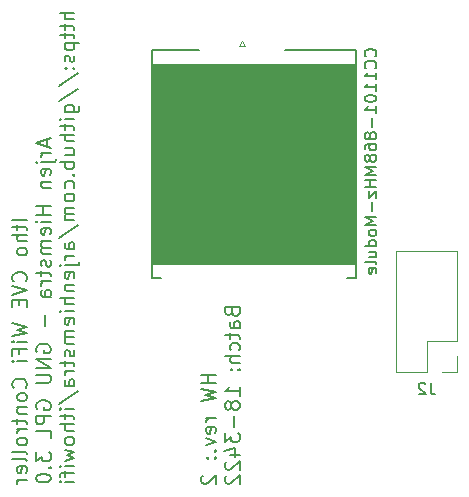
<source format=gbo>
G04 #@! TF.GenerationSoftware,KiCad,Pcbnew,(6.0.6-0)*
G04 #@! TF.CreationDate,2022-08-24T21:54:23+02:00*
G04 #@! TF.ProjectId,ithowifi_4l,6974686f-7769-4666-995f-346c2e6b6963,rev?*
G04 #@! TF.SameCoordinates,Original*
G04 #@! TF.FileFunction,Legend,Bot*
G04 #@! TF.FilePolarity,Positive*
%FSLAX46Y46*%
G04 Gerber Fmt 4.6, Leading zero omitted, Abs format (unit mm)*
G04 Created by KiCad (PCBNEW (6.0.6-0)) date 2022-08-24 21:54:23*
%MOMM*%
%LPD*%
G01*
G04 APERTURE LIST*
%ADD10C,0.100000*%
%ADD11C,0.200000*%
%ADD12C,0.150000*%
%ADD13C,0.120000*%
G04 APERTURE END LIST*
D10*
G36*
X114808000Y-129997200D02*
G01*
X97561400Y-129997200D01*
X97536000Y-113030000D01*
X114808000Y-113030000D01*
X114808000Y-129997200D01*
G37*
X114808000Y-129997200D02*
X97561400Y-129997200D01*
X97536000Y-113030000D01*
X114808000Y-113030000D01*
X114808000Y-129997200D01*
D11*
X86949606Y-126226666D02*
X85703606Y-126226666D01*
X86118940Y-126642000D02*
X86118940Y-127116666D01*
X85703606Y-126820000D02*
X86771606Y-126820000D01*
X86890273Y-126879333D01*
X86949606Y-126998000D01*
X86949606Y-127116666D01*
X86949606Y-127532000D02*
X85703606Y-127532000D01*
X86949606Y-128066000D02*
X86296940Y-128066000D01*
X86178273Y-128006666D01*
X86118940Y-127888000D01*
X86118940Y-127710000D01*
X86178273Y-127591333D01*
X86237606Y-127532000D01*
X86949606Y-128837333D02*
X86890273Y-128718666D01*
X86830940Y-128659333D01*
X86712273Y-128600000D01*
X86356273Y-128600000D01*
X86237606Y-128659333D01*
X86178273Y-128718666D01*
X86118940Y-128837333D01*
X86118940Y-129015333D01*
X86178273Y-129134000D01*
X86237606Y-129193333D01*
X86356273Y-129252666D01*
X86712273Y-129252666D01*
X86830940Y-129193333D01*
X86890273Y-129134000D01*
X86949606Y-129015333D01*
X86949606Y-128837333D01*
X86830940Y-131448000D02*
X86890273Y-131388666D01*
X86949606Y-131210666D01*
X86949606Y-131092000D01*
X86890273Y-130914000D01*
X86771606Y-130795333D01*
X86652940Y-130736000D01*
X86415606Y-130676666D01*
X86237606Y-130676666D01*
X86000273Y-130736000D01*
X85881606Y-130795333D01*
X85762940Y-130914000D01*
X85703606Y-131092000D01*
X85703606Y-131210666D01*
X85762940Y-131388666D01*
X85822273Y-131448000D01*
X85703606Y-131804000D02*
X86949606Y-132219333D01*
X85703606Y-132634666D01*
X86296940Y-133049999D02*
X86296940Y-133465333D01*
X86949606Y-133643333D02*
X86949606Y-133049999D01*
X85703606Y-133049999D01*
X85703606Y-133643333D01*
X85703606Y-135008000D02*
X86949606Y-135304666D01*
X86059606Y-135542000D01*
X86949606Y-135779333D01*
X85703606Y-136076000D01*
X86949606Y-136550666D02*
X86118940Y-136550666D01*
X85703606Y-136550666D02*
X85762940Y-136491333D01*
X85822273Y-136550666D01*
X85762940Y-136610000D01*
X85703606Y-136550666D01*
X85822273Y-136550666D01*
X86296940Y-137559333D02*
X86296940Y-137144000D01*
X86949606Y-137144000D02*
X85703606Y-137144000D01*
X85703606Y-137737333D01*
X86949606Y-138212000D02*
X86118940Y-138212000D01*
X85703606Y-138212000D02*
X85762940Y-138152666D01*
X85822273Y-138212000D01*
X85762940Y-138271333D01*
X85703606Y-138212000D01*
X85822273Y-138212000D01*
X86830940Y-140466666D02*
X86890273Y-140407333D01*
X86949606Y-140229333D01*
X86949606Y-140110666D01*
X86890273Y-139932666D01*
X86771606Y-139814000D01*
X86652940Y-139754666D01*
X86415606Y-139695333D01*
X86237606Y-139695333D01*
X86000273Y-139754666D01*
X85881606Y-139814000D01*
X85762940Y-139932666D01*
X85703606Y-140110666D01*
X85703606Y-140229333D01*
X85762940Y-140407333D01*
X85822273Y-140466666D01*
X86949606Y-141178666D02*
X86890273Y-141060000D01*
X86830940Y-141000666D01*
X86712273Y-140941333D01*
X86356273Y-140941333D01*
X86237606Y-141000666D01*
X86178273Y-141060000D01*
X86118940Y-141178666D01*
X86118940Y-141356666D01*
X86178273Y-141475333D01*
X86237606Y-141534666D01*
X86356273Y-141594000D01*
X86712273Y-141594000D01*
X86830940Y-141534666D01*
X86890273Y-141475333D01*
X86949606Y-141356666D01*
X86949606Y-141178666D01*
X86118940Y-142128000D02*
X86949606Y-142128000D01*
X86237606Y-142128000D02*
X86178273Y-142187333D01*
X86118940Y-142306000D01*
X86118940Y-142484000D01*
X86178273Y-142602666D01*
X86296940Y-142662000D01*
X86949606Y-142662000D01*
X86118940Y-143077333D02*
X86118940Y-143552000D01*
X85703606Y-143255333D02*
X86771606Y-143255333D01*
X86890273Y-143314666D01*
X86949606Y-143433333D01*
X86949606Y-143552000D01*
X86949606Y-143967333D02*
X86118940Y-143967333D01*
X86356273Y-143967333D02*
X86237606Y-144026666D01*
X86178273Y-144086000D01*
X86118940Y-144204666D01*
X86118940Y-144323333D01*
X86949606Y-144916666D02*
X86890273Y-144798000D01*
X86830940Y-144738666D01*
X86712273Y-144679333D01*
X86356273Y-144679333D01*
X86237606Y-144738666D01*
X86178273Y-144798000D01*
X86118940Y-144916666D01*
X86118940Y-145094666D01*
X86178273Y-145213333D01*
X86237606Y-145272666D01*
X86356273Y-145332000D01*
X86712273Y-145332000D01*
X86830940Y-145272666D01*
X86890273Y-145213333D01*
X86949606Y-145094666D01*
X86949606Y-144916666D01*
X86949606Y-146044000D02*
X86890273Y-145925333D01*
X86771606Y-145866000D01*
X85703606Y-145866000D01*
X86949606Y-146696666D02*
X86890273Y-146578000D01*
X86771606Y-146518666D01*
X85703606Y-146518666D01*
X86890273Y-147646000D02*
X86949606Y-147527333D01*
X86949606Y-147290000D01*
X86890273Y-147171333D01*
X86771606Y-147112000D01*
X86296940Y-147112000D01*
X86178273Y-147171333D01*
X86118940Y-147290000D01*
X86118940Y-147527333D01*
X86178273Y-147646000D01*
X86296940Y-147705333D01*
X86415606Y-147705333D01*
X86534273Y-147112000D01*
X86949606Y-148239333D02*
X86118940Y-148239333D01*
X86356273Y-148239333D02*
X86237606Y-148298666D01*
X86178273Y-148358000D01*
X86118940Y-148476666D01*
X86118940Y-148595333D01*
X88599666Y-119462666D02*
X88599666Y-120056000D01*
X88955666Y-119344000D02*
X87709666Y-119759333D01*
X88955666Y-120174666D01*
X88955666Y-120590000D02*
X88125000Y-120590000D01*
X88362333Y-120590000D02*
X88243666Y-120649333D01*
X88184333Y-120708666D01*
X88125000Y-120827333D01*
X88125000Y-120946000D01*
X88125000Y-121361333D02*
X89193000Y-121361333D01*
X89311666Y-121302000D01*
X89371000Y-121183333D01*
X89371000Y-121124000D01*
X87709666Y-121361333D02*
X87769000Y-121302000D01*
X87828333Y-121361333D01*
X87769000Y-121420666D01*
X87709666Y-121361333D01*
X87828333Y-121361333D01*
X88896333Y-122429333D02*
X88955666Y-122310666D01*
X88955666Y-122073333D01*
X88896333Y-121954666D01*
X88777666Y-121895333D01*
X88303000Y-121895333D01*
X88184333Y-121954666D01*
X88125000Y-122073333D01*
X88125000Y-122310666D01*
X88184333Y-122429333D01*
X88303000Y-122488666D01*
X88421666Y-122488666D01*
X88540333Y-121895333D01*
X88125000Y-123022666D02*
X88955666Y-123022666D01*
X88243666Y-123022666D02*
X88184333Y-123082000D01*
X88125000Y-123200666D01*
X88125000Y-123378666D01*
X88184333Y-123497333D01*
X88303000Y-123556666D01*
X88955666Y-123556666D01*
X88955666Y-125099333D02*
X87709666Y-125099333D01*
X88303000Y-125099333D02*
X88303000Y-125811333D01*
X88955666Y-125811333D02*
X87709666Y-125811333D01*
X88955666Y-126404666D02*
X88125000Y-126404666D01*
X87709666Y-126404666D02*
X87769000Y-126345333D01*
X87828333Y-126404666D01*
X87769000Y-126464000D01*
X87709666Y-126404666D01*
X87828333Y-126404666D01*
X88896333Y-127472666D02*
X88955666Y-127354000D01*
X88955666Y-127116666D01*
X88896333Y-126998000D01*
X88777666Y-126938666D01*
X88303000Y-126938666D01*
X88184333Y-126998000D01*
X88125000Y-127116666D01*
X88125000Y-127354000D01*
X88184333Y-127472666D01*
X88303000Y-127532000D01*
X88421666Y-127532000D01*
X88540333Y-126938666D01*
X88955666Y-128066000D02*
X88125000Y-128066000D01*
X88243666Y-128066000D02*
X88184333Y-128125333D01*
X88125000Y-128244000D01*
X88125000Y-128422000D01*
X88184333Y-128540666D01*
X88303000Y-128600000D01*
X88955666Y-128600000D01*
X88303000Y-128600000D02*
X88184333Y-128659333D01*
X88125000Y-128778000D01*
X88125000Y-128956000D01*
X88184333Y-129074666D01*
X88303000Y-129134000D01*
X88955666Y-129134000D01*
X88896333Y-129667999D02*
X88955666Y-129786666D01*
X88955666Y-130023999D01*
X88896333Y-130142666D01*
X88777666Y-130201999D01*
X88718333Y-130201999D01*
X88599666Y-130142666D01*
X88540333Y-130023999D01*
X88540333Y-129845999D01*
X88481000Y-129727333D01*
X88362333Y-129667999D01*
X88303000Y-129667999D01*
X88184333Y-129727333D01*
X88125000Y-129845999D01*
X88125000Y-130023999D01*
X88184333Y-130142666D01*
X88125000Y-130558000D02*
X88125000Y-131032666D01*
X87709666Y-130736000D02*
X88777666Y-130736000D01*
X88896333Y-130795333D01*
X88955666Y-130914000D01*
X88955666Y-131032666D01*
X88955666Y-131448000D02*
X88125000Y-131448000D01*
X88362333Y-131448000D02*
X88243666Y-131507333D01*
X88184333Y-131566666D01*
X88125000Y-131685333D01*
X88125000Y-131804000D01*
X88955666Y-132753333D02*
X88303000Y-132753333D01*
X88184333Y-132693999D01*
X88125000Y-132575333D01*
X88125000Y-132337999D01*
X88184333Y-132219333D01*
X88896333Y-132753333D02*
X88955666Y-132634666D01*
X88955666Y-132337999D01*
X88896333Y-132219333D01*
X88777666Y-132159999D01*
X88659000Y-132159999D01*
X88540333Y-132219333D01*
X88481000Y-132337999D01*
X88481000Y-132634666D01*
X88421666Y-132753333D01*
X88481000Y-134296000D02*
X88481000Y-135245333D01*
X87769000Y-137440666D02*
X87709666Y-137322000D01*
X87709666Y-137144000D01*
X87769000Y-136966000D01*
X87887666Y-136847333D01*
X88006333Y-136788000D01*
X88243666Y-136728666D01*
X88421666Y-136728666D01*
X88659000Y-136788000D01*
X88777666Y-136847333D01*
X88896333Y-136966000D01*
X88955666Y-137144000D01*
X88955666Y-137262666D01*
X88896333Y-137440666D01*
X88837000Y-137500000D01*
X88421666Y-137500000D01*
X88421666Y-137262666D01*
X88955666Y-138034000D02*
X87709666Y-138034000D01*
X88955666Y-138746000D01*
X87709666Y-138746000D01*
X87709666Y-139339333D02*
X88718333Y-139339333D01*
X88837000Y-139398666D01*
X88896333Y-139458000D01*
X88955666Y-139576666D01*
X88955666Y-139814000D01*
X88896333Y-139932666D01*
X88837000Y-139992000D01*
X88718333Y-140051333D01*
X87709666Y-140051333D01*
X87769000Y-142246666D02*
X87709666Y-142128000D01*
X87709666Y-141950000D01*
X87769000Y-141772000D01*
X87887666Y-141653333D01*
X88006333Y-141594000D01*
X88243666Y-141534666D01*
X88421666Y-141534666D01*
X88659000Y-141594000D01*
X88777666Y-141653333D01*
X88896333Y-141772000D01*
X88955666Y-141950000D01*
X88955666Y-142068666D01*
X88896333Y-142246666D01*
X88837000Y-142306000D01*
X88421666Y-142306000D01*
X88421666Y-142068666D01*
X88955666Y-142840000D02*
X87709666Y-142840000D01*
X87709666Y-143314666D01*
X87769000Y-143433333D01*
X87828333Y-143492666D01*
X87947000Y-143552000D01*
X88125000Y-143552000D01*
X88243666Y-143492666D01*
X88303000Y-143433333D01*
X88362333Y-143314666D01*
X88362333Y-142840000D01*
X88955666Y-144679333D02*
X88955666Y-144086000D01*
X87709666Y-144086000D01*
X87709666Y-145925333D02*
X87709666Y-146696666D01*
X88184333Y-146281333D01*
X88184333Y-146459333D01*
X88243666Y-146578000D01*
X88303000Y-146637333D01*
X88421666Y-146696666D01*
X88718333Y-146696666D01*
X88837000Y-146637333D01*
X88896333Y-146578000D01*
X88955666Y-146459333D01*
X88955666Y-146103333D01*
X88896333Y-145984666D01*
X88837000Y-145925333D01*
X88837000Y-147230666D02*
X88896333Y-147290000D01*
X88955666Y-147230666D01*
X88896333Y-147171333D01*
X88837000Y-147230666D01*
X88955666Y-147230666D01*
X87709666Y-148061333D02*
X87709666Y-148180000D01*
X87769000Y-148298666D01*
X87828333Y-148357999D01*
X87947000Y-148417333D01*
X88184333Y-148476666D01*
X88481000Y-148476666D01*
X88718333Y-148417333D01*
X88837000Y-148358000D01*
X88896333Y-148298666D01*
X88955666Y-148180000D01*
X88955666Y-148061333D01*
X88896333Y-147942666D01*
X88837000Y-147883333D01*
X88718333Y-147824000D01*
X88481000Y-147764666D01*
X88184333Y-147764666D01*
X87947000Y-147824000D01*
X87828333Y-147883333D01*
X87769000Y-147942666D01*
X87709666Y-148061333D01*
X90961726Y-108723333D02*
X89715726Y-108723333D01*
X90961726Y-109257333D02*
X90309060Y-109257333D01*
X90190393Y-109198000D01*
X90131060Y-109079333D01*
X90131060Y-108901333D01*
X90190393Y-108782666D01*
X90249726Y-108723333D01*
X90131060Y-109672666D02*
X90131060Y-110147333D01*
X89715726Y-109850666D02*
X90783726Y-109850666D01*
X90902393Y-109910000D01*
X90961726Y-110028666D01*
X90961726Y-110147333D01*
X90131060Y-110384666D02*
X90131060Y-110859333D01*
X89715726Y-110562666D02*
X90783726Y-110562666D01*
X90902393Y-110622000D01*
X90961726Y-110740666D01*
X90961726Y-110859333D01*
X90131060Y-111274666D02*
X91377060Y-111274666D01*
X90190393Y-111274666D02*
X90131060Y-111393333D01*
X90131060Y-111630666D01*
X90190393Y-111749333D01*
X90249726Y-111808666D01*
X90368393Y-111868000D01*
X90724393Y-111868000D01*
X90843060Y-111808666D01*
X90902393Y-111749333D01*
X90961726Y-111630666D01*
X90961726Y-111393333D01*
X90902393Y-111274666D01*
X90902393Y-112342666D02*
X90961726Y-112461333D01*
X90961726Y-112698666D01*
X90902393Y-112817333D01*
X90783726Y-112876666D01*
X90724393Y-112876666D01*
X90605726Y-112817333D01*
X90546393Y-112698666D01*
X90546393Y-112520666D01*
X90487060Y-112402000D01*
X90368393Y-112342666D01*
X90309060Y-112342666D01*
X90190393Y-112402000D01*
X90131060Y-112520666D01*
X90131060Y-112698666D01*
X90190393Y-112817333D01*
X90843060Y-113410666D02*
X90902393Y-113470000D01*
X90961726Y-113410666D01*
X90902393Y-113351333D01*
X90843060Y-113410666D01*
X90961726Y-113410666D01*
X90190393Y-113410666D02*
X90249726Y-113470000D01*
X90309060Y-113410666D01*
X90249726Y-113351333D01*
X90190393Y-113410666D01*
X90309060Y-113410666D01*
X89656393Y-114894000D02*
X91258393Y-113826000D01*
X89656393Y-116199333D02*
X91258393Y-115131333D01*
X90131060Y-117148666D02*
X91139726Y-117148666D01*
X91258393Y-117089333D01*
X91317726Y-117030000D01*
X91377060Y-116911333D01*
X91377060Y-116733333D01*
X91317726Y-116614666D01*
X90902393Y-117148666D02*
X90961726Y-117030000D01*
X90961726Y-116792666D01*
X90902393Y-116674000D01*
X90843060Y-116614666D01*
X90724393Y-116555333D01*
X90368393Y-116555333D01*
X90249726Y-116614666D01*
X90190393Y-116674000D01*
X90131060Y-116792666D01*
X90131060Y-117030000D01*
X90190393Y-117148666D01*
X90961726Y-117742000D02*
X90131060Y-117742000D01*
X89715726Y-117742000D02*
X89775060Y-117682666D01*
X89834393Y-117742000D01*
X89775060Y-117801333D01*
X89715726Y-117742000D01*
X89834393Y-117742000D01*
X90131060Y-118157333D02*
X90131060Y-118632000D01*
X89715726Y-118335333D02*
X90783726Y-118335333D01*
X90902393Y-118394666D01*
X90961726Y-118513333D01*
X90961726Y-118632000D01*
X90961726Y-119047333D02*
X89715726Y-119047333D01*
X90961726Y-119581333D02*
X90309060Y-119581333D01*
X90190393Y-119522000D01*
X90131060Y-119403333D01*
X90131060Y-119225333D01*
X90190393Y-119106666D01*
X90249726Y-119047333D01*
X90131060Y-120708666D02*
X90961726Y-120708666D01*
X90131060Y-120174666D02*
X90783726Y-120174666D01*
X90902393Y-120234000D01*
X90961726Y-120352666D01*
X90961726Y-120530666D01*
X90902393Y-120649333D01*
X90843060Y-120708666D01*
X90961726Y-121302000D02*
X89715726Y-121302000D01*
X90190393Y-121302000D02*
X90131060Y-121420666D01*
X90131060Y-121658000D01*
X90190393Y-121776666D01*
X90249726Y-121836000D01*
X90368393Y-121895333D01*
X90724393Y-121895333D01*
X90843060Y-121836000D01*
X90902393Y-121776666D01*
X90961726Y-121658000D01*
X90961726Y-121420666D01*
X90902393Y-121302000D01*
X90843060Y-122429333D02*
X90902393Y-122488666D01*
X90961726Y-122429333D01*
X90902393Y-122370000D01*
X90843060Y-122429333D01*
X90961726Y-122429333D01*
X90902393Y-123556666D02*
X90961726Y-123438000D01*
X90961726Y-123200666D01*
X90902393Y-123082000D01*
X90843060Y-123022666D01*
X90724393Y-122963333D01*
X90368393Y-122963333D01*
X90249726Y-123022666D01*
X90190393Y-123082000D01*
X90131060Y-123200666D01*
X90131060Y-123438000D01*
X90190393Y-123556666D01*
X90961726Y-124268666D02*
X90902393Y-124150000D01*
X90843060Y-124090666D01*
X90724393Y-124031333D01*
X90368393Y-124031333D01*
X90249726Y-124090666D01*
X90190393Y-124150000D01*
X90131060Y-124268666D01*
X90131060Y-124446666D01*
X90190393Y-124565333D01*
X90249726Y-124624666D01*
X90368393Y-124684000D01*
X90724393Y-124684000D01*
X90843060Y-124624666D01*
X90902393Y-124565333D01*
X90961726Y-124446666D01*
X90961726Y-124268666D01*
X90961726Y-125218000D02*
X90131060Y-125218000D01*
X90249726Y-125218000D02*
X90190393Y-125277333D01*
X90131060Y-125396000D01*
X90131060Y-125574000D01*
X90190393Y-125692666D01*
X90309060Y-125752000D01*
X90961726Y-125752000D01*
X90309060Y-125752000D02*
X90190393Y-125811333D01*
X90131060Y-125930000D01*
X90131060Y-126108000D01*
X90190393Y-126226666D01*
X90309060Y-126286000D01*
X90961726Y-126286000D01*
X89656393Y-127769333D02*
X91258393Y-126701333D01*
X90961726Y-128718666D02*
X90309060Y-128718666D01*
X90190393Y-128659333D01*
X90131060Y-128540666D01*
X90131060Y-128303333D01*
X90190393Y-128184666D01*
X90902393Y-128718666D02*
X90961726Y-128600000D01*
X90961726Y-128303333D01*
X90902393Y-128184666D01*
X90783726Y-128125333D01*
X90665060Y-128125333D01*
X90546393Y-128184666D01*
X90487060Y-128303333D01*
X90487060Y-128600000D01*
X90427726Y-128718666D01*
X90961726Y-129312000D02*
X90131060Y-129312000D01*
X90368393Y-129312000D02*
X90249726Y-129371333D01*
X90190393Y-129430666D01*
X90131060Y-129549333D01*
X90131060Y-129668000D01*
X90131060Y-130083333D02*
X91199060Y-130083333D01*
X91317726Y-130023999D01*
X91377060Y-129905333D01*
X91377060Y-129845999D01*
X89715726Y-130083333D02*
X89775060Y-130023999D01*
X89834393Y-130083333D01*
X89775060Y-130142666D01*
X89715726Y-130083333D01*
X89834393Y-130083333D01*
X90902393Y-131151333D02*
X90961726Y-131032666D01*
X90961726Y-130795333D01*
X90902393Y-130676666D01*
X90783726Y-130617333D01*
X90309060Y-130617333D01*
X90190393Y-130676666D01*
X90131060Y-130795333D01*
X90131060Y-131032666D01*
X90190393Y-131151333D01*
X90309060Y-131210666D01*
X90427726Y-131210666D01*
X90546393Y-130617333D01*
X90131060Y-131744666D02*
X90961726Y-131744666D01*
X90249726Y-131744666D02*
X90190393Y-131803999D01*
X90131060Y-131922666D01*
X90131060Y-132100666D01*
X90190393Y-132219333D01*
X90309060Y-132278666D01*
X90961726Y-132278666D01*
X90961726Y-132871999D02*
X89715726Y-132871999D01*
X90961726Y-133405999D02*
X90309060Y-133405999D01*
X90190393Y-133346666D01*
X90131060Y-133227999D01*
X90131060Y-133049999D01*
X90190393Y-132931333D01*
X90249726Y-132871999D01*
X90961726Y-133999333D02*
X90131060Y-133999333D01*
X89715726Y-133999333D02*
X89775060Y-133939999D01*
X89834393Y-133999333D01*
X89775060Y-134058666D01*
X89715726Y-133999333D01*
X89834393Y-133999333D01*
X90902393Y-135067333D02*
X90961726Y-134948666D01*
X90961726Y-134711333D01*
X90902393Y-134592666D01*
X90783726Y-134533333D01*
X90309060Y-134533333D01*
X90190393Y-134592666D01*
X90131060Y-134711333D01*
X90131060Y-134948666D01*
X90190393Y-135067333D01*
X90309060Y-135126666D01*
X90427726Y-135126666D01*
X90546393Y-134533333D01*
X90961726Y-135660666D02*
X90131060Y-135660666D01*
X90249726Y-135660666D02*
X90190393Y-135720000D01*
X90131060Y-135838666D01*
X90131060Y-136016666D01*
X90190393Y-136135333D01*
X90309060Y-136194666D01*
X90961726Y-136194666D01*
X90309060Y-136194666D02*
X90190393Y-136254000D01*
X90131060Y-136372666D01*
X90131060Y-136550666D01*
X90190393Y-136669333D01*
X90309060Y-136728666D01*
X90961726Y-136728666D01*
X90902393Y-137262666D02*
X90961726Y-137381333D01*
X90961726Y-137618666D01*
X90902393Y-137737333D01*
X90783726Y-137796666D01*
X90724393Y-137796666D01*
X90605726Y-137737333D01*
X90546393Y-137618666D01*
X90546393Y-137440666D01*
X90487060Y-137322000D01*
X90368393Y-137262666D01*
X90309060Y-137262666D01*
X90190393Y-137322000D01*
X90131060Y-137440666D01*
X90131060Y-137618666D01*
X90190393Y-137737333D01*
X90131060Y-138152666D02*
X90131060Y-138627333D01*
X89715726Y-138330666D02*
X90783726Y-138330666D01*
X90902393Y-138390000D01*
X90961726Y-138508666D01*
X90961726Y-138627333D01*
X90961726Y-139042666D02*
X90131060Y-139042666D01*
X90368393Y-139042666D02*
X90249726Y-139102000D01*
X90190393Y-139161333D01*
X90131060Y-139280000D01*
X90131060Y-139398666D01*
X90961726Y-140348000D02*
X90309060Y-140348000D01*
X90190393Y-140288666D01*
X90131060Y-140170000D01*
X90131060Y-139932666D01*
X90190393Y-139814000D01*
X90902393Y-140348000D02*
X90961726Y-140229333D01*
X90961726Y-139932666D01*
X90902393Y-139814000D01*
X90783726Y-139754666D01*
X90665060Y-139754666D01*
X90546393Y-139814000D01*
X90487060Y-139932666D01*
X90487060Y-140229333D01*
X90427726Y-140348000D01*
X89656393Y-141831333D02*
X91258393Y-140763333D01*
X90961726Y-142246666D02*
X90131060Y-142246666D01*
X89715726Y-142246666D02*
X89775060Y-142187333D01*
X89834393Y-142246666D01*
X89775060Y-142306000D01*
X89715726Y-142246666D01*
X89834393Y-142246666D01*
X90131060Y-142662000D02*
X90131060Y-143136666D01*
X89715726Y-142840000D02*
X90783726Y-142840000D01*
X90902393Y-142899333D01*
X90961726Y-143018000D01*
X90961726Y-143136666D01*
X90961726Y-143552000D02*
X89715726Y-143552000D01*
X90961726Y-144086000D02*
X90309060Y-144086000D01*
X90190393Y-144026666D01*
X90131060Y-143908000D01*
X90131060Y-143730000D01*
X90190393Y-143611333D01*
X90249726Y-143552000D01*
X90961726Y-144857333D02*
X90902393Y-144738666D01*
X90843060Y-144679333D01*
X90724393Y-144620000D01*
X90368393Y-144620000D01*
X90249726Y-144679333D01*
X90190393Y-144738666D01*
X90131060Y-144857333D01*
X90131060Y-145035333D01*
X90190393Y-145154000D01*
X90249726Y-145213333D01*
X90368393Y-145272666D01*
X90724393Y-145272666D01*
X90843060Y-145213333D01*
X90902393Y-145154000D01*
X90961726Y-145035333D01*
X90961726Y-144857333D01*
X90131060Y-145688000D02*
X90961726Y-145925333D01*
X90368393Y-146162666D01*
X90961726Y-146400000D01*
X90131060Y-146637333D01*
X90961726Y-147112000D02*
X90131060Y-147112000D01*
X89715726Y-147112000D02*
X89775060Y-147052666D01*
X89834393Y-147112000D01*
X89775060Y-147171333D01*
X89715726Y-147112000D01*
X89834393Y-147112000D01*
X90131060Y-147527333D02*
X90131060Y-148002000D01*
X90961726Y-147705333D02*
X89893726Y-147705333D01*
X89775060Y-147764666D01*
X89715726Y-147883333D01*
X89715726Y-148002000D01*
X90961726Y-148417333D02*
X90131060Y-148417333D01*
X89715726Y-148417333D02*
X89775060Y-148357999D01*
X89834393Y-148417333D01*
X89775060Y-148476666D01*
X89715726Y-148417333D01*
X89834393Y-148417333D01*
X102938636Y-139347666D02*
X101692636Y-139347666D01*
X102285970Y-139347666D02*
X102285970Y-140059666D01*
X102938636Y-140059666D02*
X101692636Y-140059666D01*
X101692636Y-140534333D02*
X102938636Y-140831000D01*
X102048636Y-141068333D01*
X102938636Y-141305666D01*
X101692636Y-141602333D01*
X102938636Y-143026333D02*
X102107970Y-143026333D01*
X102345303Y-143026333D02*
X102226636Y-143085666D01*
X102167303Y-143145000D01*
X102107970Y-143263666D01*
X102107970Y-143382333D01*
X102879303Y-144272333D02*
X102938636Y-144153666D01*
X102938636Y-143916333D01*
X102879303Y-143797666D01*
X102760636Y-143738333D01*
X102285970Y-143738333D01*
X102167303Y-143797666D01*
X102107970Y-143916333D01*
X102107970Y-144153666D01*
X102167303Y-144272333D01*
X102285970Y-144331666D01*
X102404636Y-144331666D01*
X102523303Y-143738333D01*
X102107970Y-144747000D02*
X102938636Y-145043666D01*
X102107970Y-145340333D01*
X102819970Y-145815000D02*
X102879303Y-145874333D01*
X102938636Y-145815000D01*
X102879303Y-145755666D01*
X102819970Y-145815000D01*
X102938636Y-145815000D01*
X102819970Y-146408333D02*
X102879303Y-146467666D01*
X102938636Y-146408333D01*
X102879303Y-146349000D01*
X102819970Y-146408333D01*
X102938636Y-146408333D01*
X102167303Y-146408333D02*
X102226636Y-146467666D01*
X102285970Y-146408333D01*
X102226636Y-146349000D01*
X102167303Y-146408333D01*
X102285970Y-146408333D01*
X101811303Y-147891666D02*
X101751970Y-147951000D01*
X101692636Y-148069666D01*
X101692636Y-148366333D01*
X101751970Y-148485000D01*
X101811303Y-148544333D01*
X101929970Y-148603666D01*
X102048636Y-148603666D01*
X102226636Y-148544333D01*
X102938636Y-147832333D01*
X102938636Y-148603666D01*
X104292030Y-134067000D02*
X104351363Y-134245000D01*
X104410696Y-134304333D01*
X104529363Y-134363666D01*
X104707363Y-134363666D01*
X104826030Y-134304333D01*
X104885363Y-134245000D01*
X104944696Y-134126333D01*
X104944696Y-133651666D01*
X103698696Y-133651666D01*
X103698696Y-134067000D01*
X103758030Y-134185666D01*
X103817363Y-134245000D01*
X103936030Y-134304333D01*
X104054696Y-134304333D01*
X104173363Y-134245000D01*
X104232696Y-134185666D01*
X104292030Y-134067000D01*
X104292030Y-133651666D01*
X104944696Y-135431666D02*
X104292030Y-135431666D01*
X104173363Y-135372333D01*
X104114030Y-135253666D01*
X104114030Y-135016333D01*
X104173363Y-134897666D01*
X104885363Y-135431666D02*
X104944696Y-135313000D01*
X104944696Y-135016333D01*
X104885363Y-134897666D01*
X104766696Y-134838333D01*
X104648030Y-134838333D01*
X104529363Y-134897666D01*
X104470030Y-135016333D01*
X104470030Y-135313000D01*
X104410696Y-135431666D01*
X104114030Y-135847000D02*
X104114030Y-136321666D01*
X103698696Y-136025000D02*
X104766696Y-136025000D01*
X104885363Y-136084333D01*
X104944696Y-136203000D01*
X104944696Y-136321666D01*
X104885363Y-137271000D02*
X104944696Y-137152333D01*
X104944696Y-136915000D01*
X104885363Y-136796333D01*
X104826030Y-136737000D01*
X104707363Y-136677666D01*
X104351363Y-136677666D01*
X104232696Y-136737000D01*
X104173363Y-136796333D01*
X104114030Y-136915000D01*
X104114030Y-137152333D01*
X104173363Y-137271000D01*
X104944696Y-137805000D02*
X103698696Y-137805000D01*
X104944696Y-138339000D02*
X104292030Y-138339000D01*
X104173363Y-138279666D01*
X104114030Y-138161000D01*
X104114030Y-137983000D01*
X104173363Y-137864333D01*
X104232696Y-137805000D01*
X104826030Y-138932333D02*
X104885363Y-138991666D01*
X104944696Y-138932333D01*
X104885363Y-138873000D01*
X104826030Y-138932333D01*
X104944696Y-138932333D01*
X104173363Y-138932333D02*
X104232696Y-138991666D01*
X104292030Y-138932333D01*
X104232696Y-138873000D01*
X104173363Y-138932333D01*
X104292030Y-138932333D01*
X104944696Y-141127666D02*
X104944696Y-140415666D01*
X104944696Y-140771666D02*
X103698696Y-140771666D01*
X103876696Y-140653000D01*
X103995363Y-140534333D01*
X104054696Y-140415666D01*
X104232696Y-141839666D02*
X104173363Y-141721000D01*
X104114030Y-141661666D01*
X103995363Y-141602333D01*
X103936030Y-141602333D01*
X103817363Y-141661666D01*
X103758030Y-141721000D01*
X103698696Y-141839666D01*
X103698696Y-142077000D01*
X103758030Y-142195666D01*
X103817363Y-142255000D01*
X103936030Y-142314333D01*
X103995363Y-142314333D01*
X104114030Y-142255000D01*
X104173363Y-142195666D01*
X104232696Y-142077000D01*
X104232696Y-141839666D01*
X104292030Y-141721000D01*
X104351363Y-141661666D01*
X104470030Y-141602333D01*
X104707363Y-141602333D01*
X104826030Y-141661666D01*
X104885363Y-141721000D01*
X104944696Y-141839666D01*
X104944696Y-142077000D01*
X104885363Y-142195666D01*
X104826030Y-142255000D01*
X104707363Y-142314333D01*
X104470030Y-142314333D01*
X104351363Y-142255000D01*
X104292030Y-142195666D01*
X104232696Y-142077000D01*
X104470030Y-142848333D02*
X104470030Y-143797666D01*
X103698696Y-144272333D02*
X103698696Y-145043666D01*
X104173363Y-144628333D01*
X104173363Y-144806333D01*
X104232696Y-144925000D01*
X104292030Y-144984333D01*
X104410696Y-145043666D01*
X104707363Y-145043666D01*
X104826030Y-144984333D01*
X104885363Y-144925000D01*
X104944696Y-144806333D01*
X104944696Y-144450333D01*
X104885363Y-144331666D01*
X104826030Y-144272333D01*
X104114030Y-146111666D02*
X104944696Y-146111666D01*
X103639363Y-145815000D02*
X104529363Y-145518333D01*
X104529363Y-146289666D01*
X103817363Y-146705000D02*
X103758030Y-146764333D01*
X103698696Y-146883000D01*
X103698696Y-147179666D01*
X103758030Y-147298333D01*
X103817363Y-147357666D01*
X103936030Y-147417000D01*
X104054696Y-147417000D01*
X104232696Y-147357666D01*
X104944696Y-146645666D01*
X104944696Y-147417000D01*
X103817363Y-147891666D02*
X103758030Y-147951000D01*
X103698696Y-148069666D01*
X103698696Y-148366333D01*
X103758030Y-148485000D01*
X103817363Y-148544333D01*
X103936030Y-148603666D01*
X104054696Y-148603666D01*
X104232696Y-148544333D01*
X104944696Y-147832333D01*
X104944696Y-148603666D01*
D12*
X121110333Y-140017380D02*
X121110333Y-140731666D01*
X121157952Y-140874523D01*
X121253190Y-140969761D01*
X121396047Y-141017380D01*
X121491285Y-141017380D01*
X120681761Y-140112619D02*
X120634142Y-140065000D01*
X120538904Y-140017380D01*
X120300809Y-140017380D01*
X120205571Y-140065000D01*
X120157952Y-140112619D01*
X120110333Y-140207857D01*
X120110333Y-140303095D01*
X120157952Y-140445952D01*
X120729380Y-141017380D01*
X120110333Y-141017380D01*
X116435142Y-112404047D02*
X116482761Y-112356428D01*
X116530380Y-112213571D01*
X116530380Y-112118333D01*
X116482761Y-111975476D01*
X116387523Y-111880238D01*
X116292285Y-111832619D01*
X116101809Y-111785000D01*
X115958952Y-111785000D01*
X115768476Y-111832619D01*
X115673238Y-111880238D01*
X115578000Y-111975476D01*
X115530380Y-112118333D01*
X115530380Y-112213571D01*
X115578000Y-112356428D01*
X115625619Y-112404047D01*
X116435142Y-113404047D02*
X116482761Y-113356428D01*
X116530380Y-113213571D01*
X116530380Y-113118333D01*
X116482761Y-112975476D01*
X116387523Y-112880238D01*
X116292285Y-112832619D01*
X116101809Y-112785000D01*
X115958952Y-112785000D01*
X115768476Y-112832619D01*
X115673238Y-112880238D01*
X115578000Y-112975476D01*
X115530380Y-113118333D01*
X115530380Y-113213571D01*
X115578000Y-113356428D01*
X115625619Y-113404047D01*
X116530380Y-114356428D02*
X116530380Y-113785000D01*
X116530380Y-114070714D02*
X115530380Y-114070714D01*
X115673238Y-113975476D01*
X115768476Y-113880238D01*
X115816095Y-113785000D01*
X116530380Y-115308809D02*
X116530380Y-114737380D01*
X116530380Y-115023095D02*
X115530380Y-115023095D01*
X115673238Y-114927857D01*
X115768476Y-114832619D01*
X115816095Y-114737380D01*
X115530380Y-115927857D02*
X115530380Y-116023095D01*
X115578000Y-116118333D01*
X115625619Y-116165952D01*
X115720857Y-116213571D01*
X115911333Y-116261190D01*
X116149428Y-116261190D01*
X116339904Y-116213571D01*
X116435142Y-116165952D01*
X116482761Y-116118333D01*
X116530380Y-116023095D01*
X116530380Y-115927857D01*
X116482761Y-115832619D01*
X116435142Y-115785000D01*
X116339904Y-115737380D01*
X116149428Y-115689761D01*
X115911333Y-115689761D01*
X115720857Y-115737380D01*
X115625619Y-115785000D01*
X115578000Y-115832619D01*
X115530380Y-115927857D01*
X116530380Y-117213571D02*
X116530380Y-116642142D01*
X116530380Y-116927857D02*
X115530380Y-116927857D01*
X115673238Y-116832619D01*
X115768476Y-116737380D01*
X115816095Y-116642142D01*
X116149428Y-117642142D02*
X116149428Y-118404047D01*
X115958952Y-119023095D02*
X115911333Y-118927857D01*
X115863714Y-118880238D01*
X115768476Y-118832619D01*
X115720857Y-118832619D01*
X115625619Y-118880238D01*
X115578000Y-118927857D01*
X115530380Y-119023095D01*
X115530380Y-119213571D01*
X115578000Y-119308809D01*
X115625619Y-119356428D01*
X115720857Y-119404047D01*
X115768476Y-119404047D01*
X115863714Y-119356428D01*
X115911333Y-119308809D01*
X115958952Y-119213571D01*
X115958952Y-119023095D01*
X116006571Y-118927857D01*
X116054190Y-118880238D01*
X116149428Y-118832619D01*
X116339904Y-118832619D01*
X116435142Y-118880238D01*
X116482761Y-118927857D01*
X116530380Y-119023095D01*
X116530380Y-119213571D01*
X116482761Y-119308809D01*
X116435142Y-119356428D01*
X116339904Y-119404047D01*
X116149428Y-119404047D01*
X116054190Y-119356428D01*
X116006571Y-119308809D01*
X115958952Y-119213571D01*
X115530380Y-120261190D02*
X115530380Y-120070714D01*
X115578000Y-119975476D01*
X115625619Y-119927857D01*
X115768476Y-119832619D01*
X115958952Y-119785000D01*
X116339904Y-119785000D01*
X116435142Y-119832619D01*
X116482761Y-119880238D01*
X116530380Y-119975476D01*
X116530380Y-120165952D01*
X116482761Y-120261190D01*
X116435142Y-120308809D01*
X116339904Y-120356428D01*
X116101809Y-120356428D01*
X116006571Y-120308809D01*
X115958952Y-120261190D01*
X115911333Y-120165952D01*
X115911333Y-119975476D01*
X115958952Y-119880238D01*
X116006571Y-119832619D01*
X116101809Y-119785000D01*
X115958952Y-120927857D02*
X115911333Y-120832619D01*
X115863714Y-120785000D01*
X115768476Y-120737380D01*
X115720857Y-120737380D01*
X115625619Y-120785000D01*
X115578000Y-120832619D01*
X115530380Y-120927857D01*
X115530380Y-121118333D01*
X115578000Y-121213571D01*
X115625619Y-121261190D01*
X115720857Y-121308809D01*
X115768476Y-121308809D01*
X115863714Y-121261190D01*
X115911333Y-121213571D01*
X115958952Y-121118333D01*
X115958952Y-120927857D01*
X116006571Y-120832619D01*
X116054190Y-120785000D01*
X116149428Y-120737380D01*
X116339904Y-120737380D01*
X116435142Y-120785000D01*
X116482761Y-120832619D01*
X116530380Y-120927857D01*
X116530380Y-121118333D01*
X116482761Y-121213571D01*
X116435142Y-121261190D01*
X116339904Y-121308809D01*
X116149428Y-121308809D01*
X116054190Y-121261190D01*
X116006571Y-121213571D01*
X115958952Y-121118333D01*
X116530380Y-121737380D02*
X115530380Y-121737380D01*
X116244666Y-122070714D01*
X115530380Y-122404047D01*
X116530380Y-122404047D01*
X116530380Y-122880238D02*
X115530380Y-122880238D01*
X116006571Y-122880238D02*
X116006571Y-123451666D01*
X116530380Y-123451666D02*
X115530380Y-123451666D01*
X115863714Y-123832619D02*
X115863714Y-124356428D01*
X116530380Y-123832619D01*
X116530380Y-124356428D01*
X116149428Y-124737380D02*
X116149428Y-125499285D01*
X116530380Y-125975476D02*
X115530380Y-125975476D01*
X116244666Y-126308809D01*
X115530380Y-126642142D01*
X116530380Y-126642142D01*
X116530380Y-127261190D02*
X116482761Y-127165952D01*
X116435142Y-127118333D01*
X116339904Y-127070714D01*
X116054190Y-127070714D01*
X115958952Y-127118333D01*
X115911333Y-127165952D01*
X115863714Y-127261190D01*
X115863714Y-127404047D01*
X115911333Y-127499285D01*
X115958952Y-127546904D01*
X116054190Y-127594523D01*
X116339904Y-127594523D01*
X116435142Y-127546904D01*
X116482761Y-127499285D01*
X116530380Y-127404047D01*
X116530380Y-127261190D01*
X116530380Y-128451666D02*
X115530380Y-128451666D01*
X116482761Y-128451666D02*
X116530380Y-128356428D01*
X116530380Y-128165952D01*
X116482761Y-128070714D01*
X116435142Y-128023095D01*
X116339904Y-127975476D01*
X116054190Y-127975476D01*
X115958952Y-128023095D01*
X115911333Y-128070714D01*
X115863714Y-128165952D01*
X115863714Y-128356428D01*
X115911333Y-128451666D01*
X115863714Y-129356428D02*
X116530380Y-129356428D01*
X115863714Y-128927857D02*
X116387523Y-128927857D01*
X116482761Y-128975476D01*
X116530380Y-129070714D01*
X116530380Y-129213571D01*
X116482761Y-129308809D01*
X116435142Y-129356428D01*
X116530380Y-129975476D02*
X116482761Y-129880238D01*
X116387523Y-129832619D01*
X115530380Y-129832619D01*
X116482761Y-130737380D02*
X116530380Y-130642142D01*
X116530380Y-130451666D01*
X116482761Y-130356428D01*
X116387523Y-130308809D01*
X116006571Y-130308809D01*
X115911333Y-130356428D01*
X115863714Y-130451666D01*
X115863714Y-130642142D01*
X115911333Y-130737380D01*
X116006571Y-130785000D01*
X116101809Y-130785000D01*
X116197047Y-130308809D01*
D13*
X120777000Y-139125000D02*
X120777000Y-136525000D01*
X118177000Y-128845000D02*
X123377000Y-128845000D01*
X118177000Y-139125000D02*
X118177000Y-128845000D01*
X120777000Y-136525000D02*
X123377000Y-136525000D01*
X123377000Y-136525000D02*
X123377000Y-128845000D01*
X122047000Y-139125000D02*
X123377000Y-139125000D01*
X118177000Y-139125000D02*
X120777000Y-139125000D01*
X123377000Y-139125000D02*
X123377000Y-137795000D01*
X104931400Y-111558400D02*
X105181400Y-111058400D01*
X105181400Y-111058400D02*
X105431400Y-111558400D01*
X105431400Y-111558400D02*
X104931400Y-111558400D01*
D12*
X114822000Y-111889000D02*
X108797000Y-111889000D01*
X97522000Y-111889000D02*
X97522000Y-131189000D01*
X97522000Y-131189000D02*
X98272000Y-131189000D01*
X114822000Y-131189000D02*
X114822000Y-111889000D01*
X114072000Y-131189000D02*
X114822000Y-131189000D01*
X101547000Y-111889000D02*
X97522000Y-111889000D01*
M02*

</source>
